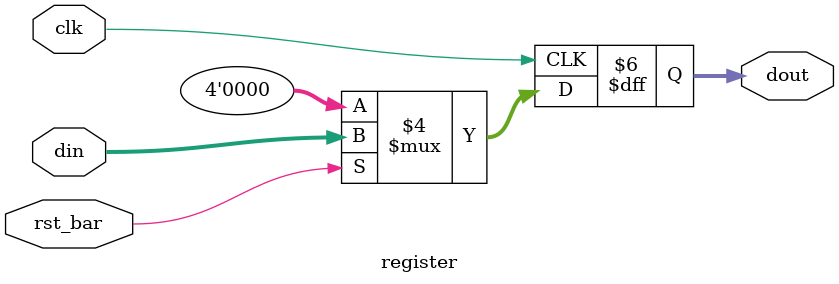
<source format=v>
module register #(parameter WIDTH = 4, INI = 4'b0000)
(
    input clk,
    input rst_bar,
    input [WIDTH-1:0] din,
    output reg [WIDTH-1:0] dout
);

always @ (posedge(clk)) begin
    if (rst_bar == 0)
        dout <= INI;
    else
        dout <= din;
    end

endmodule

</source>
